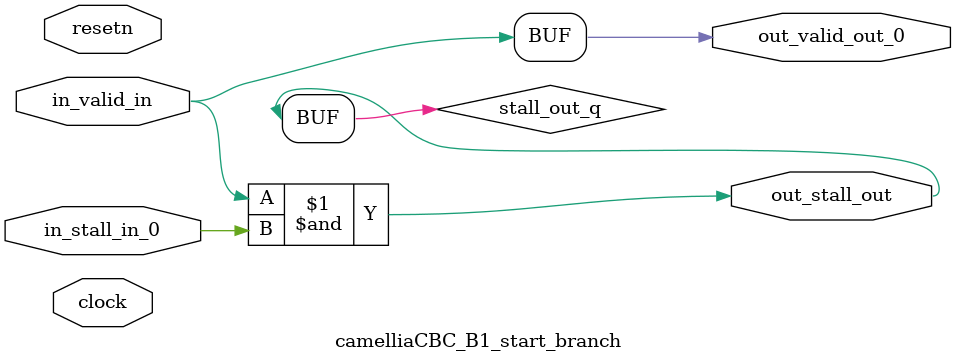
<source format=sv>



(* altera_attribute = "-name AUTO_SHIFT_REGISTER_RECOGNITION OFF; -name MESSAGE_DISABLE 10036; -name MESSAGE_DISABLE 10037; -name MESSAGE_DISABLE 14130; -name MESSAGE_DISABLE 14320; -name MESSAGE_DISABLE 15400; -name MESSAGE_DISABLE 14130; -name MESSAGE_DISABLE 10036; -name MESSAGE_DISABLE 12020; -name MESSAGE_DISABLE 12030; -name MESSAGE_DISABLE 12010; -name MESSAGE_DISABLE 12110; -name MESSAGE_DISABLE 14320; -name MESSAGE_DISABLE 13410; -name MESSAGE_DISABLE 113007; -name MESSAGE_DISABLE 10958" *)
module camelliaCBC_B1_start_branch (
    input wire [0:0] in_stall_in_0,
    input wire [0:0] in_valid_in,
    output wire [0:0] out_stall_out,
    output wire [0:0] out_valid_out_0,
    input wire clock,
    input wire resetn
    );

    wire [0:0] stall_out_q;


    // stall_out(LOGICAL,6)
    assign stall_out_q = in_valid_in & in_stall_in_0;

    // out_stall_out(GPOUT,4)
    assign out_stall_out = stall_out_q;

    // out_valid_out_0(GPOUT,5)
    assign out_valid_out_0 = in_valid_in;

endmodule

</source>
